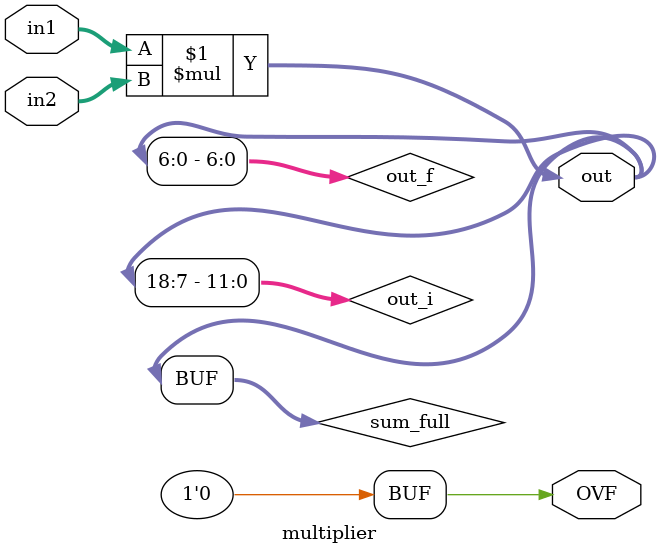
<source format=v>
module multiplier #(parameter WI1 = 5, WI2 = 7, WIO = 12, WF1 = 4, WF2 = 3, WFO = 7)
    (input signed [WI1+WF1 - 1 : 0] in1,
     input signed [WI2+WF2 - 1 : 0] in2,
     output OVF,
     output signed [WIO+WFO - 1 : 0] out);
     
     wire signed [WI1+WF1 + WI2+WF2 - 1 : 0] sum_full;
     wire [WIO - 1: 0] out_i;
     wire [WFO - 1: 0] out_f;
     
     // temporary sum
     assign sum_full = in1 * in2;
     // case 1: zero extension, case 2: select WFO bits
     assign out_f = (WFO > (WF1+WF2)) ? {sum_full[WF1 + WF2 - 1 : 0], {(WFO - (WF1+WF2)){1'b0}}}  :  sum_full[WF1 + WF2 - 1 -: WFO];  
     // case 1: sign extension, case 2: truncate integer, case 3: get default integer bits if WIO == WI
     assign out_i = (WIO > (WI1+WI2)) ? {{(WIO - (WI1+WI2)){sum_full[WI1+WF1 + WI2+WF2 - 1]}}, sum_full[WI1+WF1 + WI2+WF2 - 1 : WF1+WF2]} : (WIO < (WI1+WI2)) ? {sum_full[WI1+WF1 + WI2+WF2 - 1], sum_full[WF1+WF2 +: WIO-1]} : sum_full[WI1+WF1 + WI2+WF2 - 1 -: WIO];
     // final output
     assign out = {out_i, out_f};
     // set overflow flag
     assign OVF = (WIO < (WI1 + WI2)) ? 
                   ((!(&sum_full[WI1+WF1 + WI2+WF2 - 1 : WF1+WF2+WIO-1]) || !(&(~sum_full[WI1+WF1 + WI2+WF2 - 1 : WF1+WF2+WIO-1]))) ? 1 : 0) : 0;
     
endmodule
</source>
